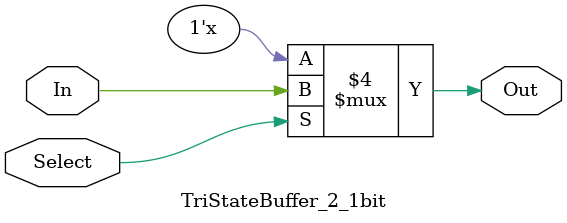
<source format=v>
/*
Anthony De Caria - April 5, 2013

This is a 1-bit tri-state buffer.
*/
module TriStateBuffer_2_1bit (In, Select, Out);
	//	I/Os	//
	input In; 
	input Select;
	output reg Out;
	
	always@(In, Select)
	begin
		if (Select == 0)
		begin
			Out <= 1'bz;
		end
		else
		begin
			Out <= In;
		end
	end
endmodule

</source>
